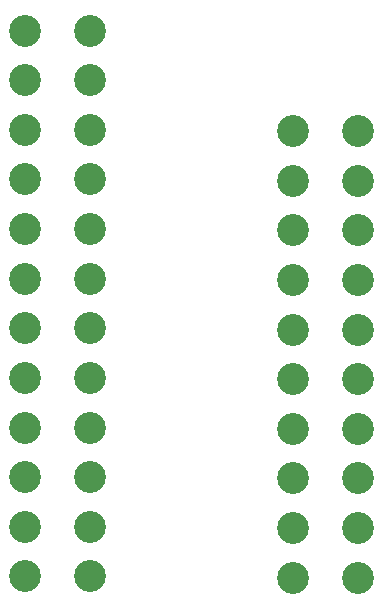
<source format=gbr>
%TF.GenerationSoftware,KiCad,Pcbnew,(6.0.7)*%
%TF.CreationDate,2023-01-08T00:03:09+11:00*%
%TF.ProjectId,Xbox_ATX,58626f78-5f41-4545-982e-6b696361645f,rev?*%
%TF.SameCoordinates,Original*%
%TF.FileFunction,Soldermask,Bot*%
%TF.FilePolarity,Negative*%
%FSLAX46Y46*%
G04 Gerber Fmt 4.6, Leading zero omitted, Abs format (unit mm)*
G04 Created by KiCad (PCBNEW (6.0.7)) date 2023-01-08 00:03:09*
%MOMM*%
%LPD*%
G01*
G04 APERTURE LIST*
%ADD10C,2.700000*%
G04 APERTURE END LIST*
D10*
%TO.C,J1*%
X149352000Y-122936000D03*
X149352000Y-118736000D03*
X149352000Y-114536000D03*
X149352000Y-110336000D03*
X149352000Y-106136000D03*
X149352000Y-101936000D03*
X149352000Y-97736000D03*
X149352000Y-93536000D03*
X149352000Y-89336000D03*
X149352000Y-85136000D03*
X149352000Y-80936000D03*
X149352000Y-76736000D03*
X154852000Y-122936000D03*
X154852000Y-118736000D03*
X154852000Y-114536000D03*
X154852000Y-110336000D03*
X154852000Y-106136000D03*
X154852000Y-101936000D03*
X154852000Y-97736000D03*
X154852000Y-93536000D03*
X154852000Y-89336000D03*
X154852000Y-85136000D03*
X154852000Y-80936000D03*
X154852000Y-76736000D03*
%TD*%
%TO.C,J2*%
X172010000Y-123040000D03*
X172010000Y-118840000D03*
X172010000Y-114640000D03*
X172010000Y-110440000D03*
X172010000Y-106240000D03*
X172010000Y-102040000D03*
X172010000Y-97840000D03*
X172010000Y-93640000D03*
X172010000Y-89440000D03*
X172010000Y-85240000D03*
X177510000Y-123040000D03*
X177510000Y-118840000D03*
X177510000Y-114640000D03*
X177510000Y-110440000D03*
X177510000Y-106240000D03*
X177510000Y-102040000D03*
X177510000Y-97840000D03*
X177510000Y-93640000D03*
X177510000Y-89440000D03*
X177510000Y-85240000D03*
%TD*%
M02*

</source>
